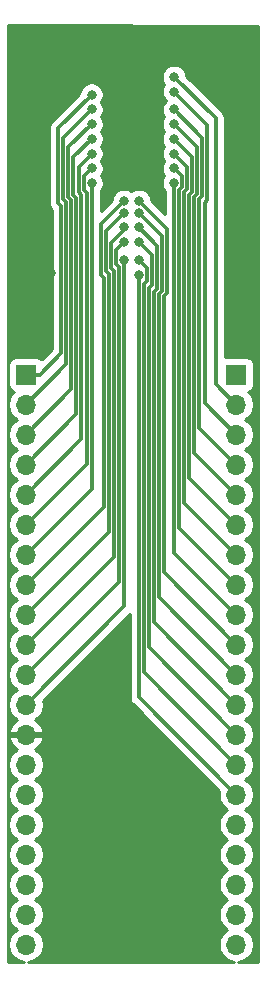
<source format=gbr>
G04 #@! TF.GenerationSoftware,KiCad,Pcbnew,(5.1.5-0-10_14)*
G04 #@! TF.CreationDate,2020-04-30T13:13:03+04:00*
G04 #@! TF.ProjectId,E73-2G4M04S1B-Breakout,4537332d-3247-4344-9d30-345331422d42,A1*
G04 #@! TF.SameCoordinates,Original*
G04 #@! TF.FileFunction,Copper,L2,Bot*
G04 #@! TF.FilePolarity,Positive*
%FSLAX46Y46*%
G04 Gerber Fmt 4.6, Leading zero omitted, Abs format (unit mm)*
G04 Created by KiCad (PCBNEW (5.1.5-0-10_14)) date 2020-04-30 13:13:03*
%MOMM*%
%LPD*%
G04 APERTURE LIST*
%ADD10O,1.700000X1.700000*%
%ADD11R,1.700000X1.700000*%
%ADD12C,0.800000*%
%ADD13C,0.300000*%
%ADD14C,0.254000*%
G04 APERTURE END LIST*
D10*
X143700000Y-142960000D03*
X143700000Y-140420000D03*
X143700000Y-137880000D03*
X143700000Y-135340000D03*
X143700000Y-132800000D03*
X143700000Y-130260000D03*
X143700000Y-127720000D03*
X143700000Y-125180000D03*
X143700000Y-122640000D03*
X143700000Y-120100000D03*
X143700000Y-117560000D03*
X143700000Y-115020000D03*
X143700000Y-112480000D03*
X143700000Y-109940000D03*
X143700000Y-107400000D03*
X143700000Y-104860000D03*
X143700000Y-102320000D03*
X143700000Y-99780000D03*
X143700000Y-97240000D03*
D11*
X143700000Y-94700000D03*
X161500000Y-94700000D03*
D10*
X161500000Y-97240000D03*
X161500000Y-99780000D03*
X161500000Y-102320000D03*
X161500000Y-104860000D03*
X161500000Y-107400000D03*
X161500000Y-109940000D03*
X161500000Y-112480000D03*
X161500000Y-115020000D03*
X161500000Y-117560000D03*
X161500000Y-120100000D03*
X161500000Y-122640000D03*
X161500000Y-125180000D03*
X161500000Y-127720000D03*
X161500000Y-130260000D03*
X161500000Y-132800000D03*
X161500000Y-135340000D03*
X161500000Y-137880000D03*
X161500000Y-140420000D03*
X161500000Y-142960000D03*
D12*
X146350000Y-69750000D03*
X159100000Y-67050000D03*
X145800000Y-86100000D03*
X152000000Y-85000000D03*
X152000000Y-83500000D03*
X152000000Y-82250000D03*
X152000000Y-81000000D03*
X152000000Y-80000000D03*
X149250000Y-78500000D03*
X149250000Y-77250000D03*
X149250000Y-76000000D03*
X149250000Y-74750000D03*
X149250000Y-73500000D03*
X149250000Y-72250000D03*
X149250000Y-71000000D03*
X156250000Y-69500000D03*
X156250000Y-70750000D03*
X156250000Y-72250000D03*
X156250000Y-73500000D03*
X156250000Y-74750000D03*
X156250000Y-76000000D03*
X156250000Y-77250000D03*
X156250000Y-78500000D03*
X153250000Y-80000000D03*
X153250000Y-81000000D03*
X153250000Y-82250000D03*
X153250000Y-83500000D03*
X153250000Y-85000000D03*
X153250000Y-86250000D03*
D13*
X152000000Y-114340000D02*
X143700000Y-122640000D01*
X152000000Y-85000000D02*
X152000000Y-114340000D01*
X151322999Y-85322999D02*
X151572990Y-85572990D01*
X151322999Y-84177001D02*
X151322999Y-85322999D01*
X152000000Y-83500000D02*
X151322999Y-84177001D01*
X151572990Y-112227010D02*
X143700000Y-120100000D01*
X151572990Y-85572990D02*
X151572990Y-112227010D01*
X150895989Y-85645989D02*
X151145980Y-85895980D01*
X150895989Y-83602049D02*
X150895989Y-85645989D01*
X152000000Y-82498038D02*
X150895989Y-83602049D01*
X152000000Y-82250000D02*
X152000000Y-82498038D01*
X151145980Y-110114020D02*
X143700000Y-117560000D01*
X151145980Y-85895980D02*
X151145980Y-110114020D01*
X150468979Y-85968979D02*
X150718970Y-86218970D01*
X150468979Y-82531021D02*
X150468979Y-85968979D01*
X152000000Y-81000000D02*
X150468979Y-82531021D01*
X150718970Y-108001030D02*
X143700000Y-115020000D01*
X150718970Y-86218970D02*
X150718970Y-108001030D01*
X150041969Y-86291969D02*
X150291960Y-86541960D01*
X150041969Y-81958031D02*
X150041969Y-86291969D01*
X152000000Y-80000000D02*
X150041969Y-81958031D01*
X150291960Y-105888040D02*
X144680000Y-111500000D01*
X150291960Y-86541960D02*
X150291960Y-105888040D01*
X144680000Y-111500000D02*
X143700000Y-112480000D01*
X149250000Y-104390000D02*
X143700000Y-109940000D01*
X149250000Y-78500000D02*
X149250000Y-104390000D01*
X148572999Y-79072999D02*
X148822990Y-79322990D01*
X148572999Y-77927001D02*
X148572999Y-79072999D01*
X149250000Y-77250000D02*
X148572999Y-77927001D01*
X148822990Y-102277010D02*
X143700000Y-107400000D01*
X148822990Y-79322990D02*
X148822990Y-102277010D01*
X148145989Y-77104011D02*
X148145989Y-79249872D01*
X148145989Y-79249872D02*
X148395980Y-79499863D01*
X149250000Y-76000000D02*
X148145989Y-77104011D01*
X148395980Y-100164020D02*
X143700000Y-104860000D01*
X148395980Y-79499863D02*
X148395980Y-100164020D01*
X147718979Y-79468979D02*
X147968970Y-79718970D01*
X147718979Y-76281021D02*
X147718979Y-79468979D01*
X149250000Y-74750000D02*
X147718979Y-76281021D01*
X147968970Y-98051030D02*
X143700000Y-102320000D01*
X147968970Y-79718970D02*
X147968970Y-98051030D01*
X147291969Y-79645852D02*
X147541960Y-79895843D01*
X147291969Y-75458031D02*
X147291969Y-79645852D01*
X149250000Y-73500000D02*
X147291969Y-75458031D01*
X147541960Y-95938040D02*
X143700000Y-99780000D01*
X147541960Y-79895843D02*
X147541960Y-95938040D01*
X146864959Y-79864959D02*
X147114950Y-80114950D01*
X146864959Y-74635041D02*
X146864959Y-79864959D01*
X149250000Y-72250000D02*
X146864959Y-74635041D01*
X147114950Y-93825050D02*
X143700000Y-97240000D01*
X147114950Y-80114950D02*
X147114950Y-93825050D01*
X146687940Y-80437940D02*
X146687940Y-92862060D01*
X144850000Y-94700000D02*
X143700000Y-94700000D01*
X146437949Y-80187949D02*
X146687940Y-80437940D01*
X149250000Y-71000000D02*
X146437949Y-73812051D01*
X146687940Y-92862060D02*
X144850000Y-94700000D01*
X146437949Y-73812051D02*
X146437949Y-80187949D01*
X159750000Y-95490000D02*
X161500000Y-97240000D01*
X159750000Y-73000000D02*
X159750000Y-95490000D01*
X156250000Y-69500000D02*
X159750000Y-73000000D01*
X159062051Y-79937949D02*
X158812060Y-80187940D01*
X159062051Y-73562051D02*
X159062051Y-79937949D01*
X156250000Y-70750000D02*
X159062051Y-73562051D01*
X158812060Y-97092060D02*
X161500000Y-99780000D01*
X158812060Y-80187940D02*
X158812060Y-97092060D01*
X158635041Y-79614959D02*
X158385050Y-79864950D01*
X158635041Y-74635041D02*
X158635041Y-79614959D01*
X156250000Y-72250000D02*
X158635041Y-74635041D01*
X158385050Y-99205050D02*
X161500000Y-102320000D01*
X158385050Y-79864950D02*
X158385050Y-99205050D01*
X158208031Y-79395852D02*
X157958040Y-79645843D01*
X158208031Y-75458031D02*
X158208031Y-79395852D01*
X156250000Y-73500000D02*
X158208031Y-75458031D01*
X157958040Y-101318040D02*
X161500000Y-104860000D01*
X157958040Y-79645843D02*
X157958040Y-101318040D01*
X157781021Y-79218979D02*
X157531030Y-79468970D01*
X157781021Y-76281021D02*
X157781021Y-79218979D01*
X156250000Y-74750000D02*
X157781021Y-76281021D01*
X157531030Y-103431030D02*
X161500000Y-107400000D01*
X157531030Y-79468970D02*
X157531030Y-103431030D01*
X157354011Y-78999872D02*
X157104020Y-79249863D01*
X157354011Y-77104011D02*
X157354011Y-78999872D01*
X156250000Y-76000000D02*
X157354011Y-77104011D01*
X157104020Y-105544020D02*
X161500000Y-109940000D01*
X157104020Y-79249863D02*
X157104020Y-105544020D01*
X156927001Y-78822999D02*
X156677010Y-79072990D01*
X156927001Y-77927001D02*
X156927001Y-78822999D01*
X156250000Y-77250000D02*
X156927001Y-77927001D01*
X156677010Y-107657010D02*
X161500000Y-112480000D01*
X156677010Y-79072990D02*
X156677010Y-107657010D01*
X156250000Y-109770000D02*
X161500000Y-115020000D01*
X156250000Y-78500000D02*
X156250000Y-109770000D01*
X155635041Y-87822725D02*
X155385050Y-88072716D01*
X155635041Y-82385041D02*
X155635041Y-87822725D01*
X153250000Y-80000000D02*
X155635041Y-82385041D01*
X155385050Y-111445050D02*
X161500000Y-117560000D01*
X155385050Y-88072716D02*
X155385050Y-111445050D01*
X155208031Y-87645852D02*
X154958040Y-87895843D01*
X155208031Y-82958031D02*
X155208031Y-87645852D01*
X153250000Y-81000000D02*
X155208031Y-82958031D01*
X154958040Y-113558040D02*
X161500000Y-120100000D01*
X154958040Y-87895843D02*
X154958040Y-113558040D01*
X154781021Y-87468979D02*
X154531030Y-87718970D01*
X154781021Y-83781021D02*
X154781021Y-87468979D01*
X153250000Y-82250000D02*
X154781021Y-83781021D01*
X154531030Y-115671030D02*
X161500000Y-122640000D01*
X154531030Y-87718970D02*
X154531030Y-115671030D01*
X154354011Y-87145989D02*
X154104020Y-87395980D01*
X154354011Y-84604011D02*
X154354011Y-87145989D01*
X153250000Y-83500000D02*
X154354011Y-84604011D01*
X154104020Y-117784020D02*
X161500000Y-125180000D01*
X154104020Y-87395980D02*
X154104020Y-117784020D01*
X153927001Y-86822999D02*
X153677010Y-87072990D01*
X153927001Y-85677001D02*
X153927001Y-86822999D01*
X153250000Y-85000000D02*
X153927001Y-85677001D01*
X153677010Y-119897010D02*
X161500000Y-127720000D01*
X153677010Y-87072990D02*
X153677010Y-119897010D01*
X153250000Y-122010000D02*
X161500000Y-130260000D01*
X153250000Y-86250000D02*
X153250000Y-122010000D01*
D14*
G36*
X163340001Y-65175534D02*
G01*
X163340000Y-144440000D01*
X161671397Y-144440000D01*
X161933158Y-144387932D01*
X162203411Y-144275990D01*
X162446632Y-144113475D01*
X162653475Y-143906632D01*
X162815990Y-143663411D01*
X162927932Y-143393158D01*
X162985000Y-143106260D01*
X162985000Y-142813740D01*
X162927932Y-142526842D01*
X162815990Y-142256589D01*
X162653475Y-142013368D01*
X162446632Y-141806525D01*
X162272240Y-141690000D01*
X162446632Y-141573475D01*
X162653475Y-141366632D01*
X162815990Y-141123411D01*
X162927932Y-140853158D01*
X162985000Y-140566260D01*
X162985000Y-140273740D01*
X162927932Y-139986842D01*
X162815990Y-139716589D01*
X162653475Y-139473368D01*
X162446632Y-139266525D01*
X162272240Y-139150000D01*
X162446632Y-139033475D01*
X162653475Y-138826632D01*
X162815990Y-138583411D01*
X162927932Y-138313158D01*
X162985000Y-138026260D01*
X162985000Y-137733740D01*
X162927932Y-137446842D01*
X162815990Y-137176589D01*
X162653475Y-136933368D01*
X162446632Y-136726525D01*
X162272240Y-136610000D01*
X162446632Y-136493475D01*
X162653475Y-136286632D01*
X162815990Y-136043411D01*
X162927932Y-135773158D01*
X162985000Y-135486260D01*
X162985000Y-135193740D01*
X162927932Y-134906842D01*
X162815990Y-134636589D01*
X162653475Y-134393368D01*
X162446632Y-134186525D01*
X162272240Y-134070000D01*
X162446632Y-133953475D01*
X162653475Y-133746632D01*
X162815990Y-133503411D01*
X162927932Y-133233158D01*
X162985000Y-132946260D01*
X162985000Y-132653740D01*
X162927932Y-132366842D01*
X162815990Y-132096589D01*
X162653475Y-131853368D01*
X162446632Y-131646525D01*
X162272240Y-131530000D01*
X162446632Y-131413475D01*
X162653475Y-131206632D01*
X162815990Y-130963411D01*
X162927932Y-130693158D01*
X162985000Y-130406260D01*
X162985000Y-130113740D01*
X162927932Y-129826842D01*
X162815990Y-129556589D01*
X162653475Y-129313368D01*
X162446632Y-129106525D01*
X162272240Y-128990000D01*
X162446632Y-128873475D01*
X162653475Y-128666632D01*
X162815990Y-128423411D01*
X162927932Y-128153158D01*
X162985000Y-127866260D01*
X162985000Y-127573740D01*
X162927932Y-127286842D01*
X162815990Y-127016589D01*
X162653475Y-126773368D01*
X162446632Y-126566525D01*
X162272240Y-126450000D01*
X162446632Y-126333475D01*
X162653475Y-126126632D01*
X162815990Y-125883411D01*
X162927932Y-125613158D01*
X162985000Y-125326260D01*
X162985000Y-125033740D01*
X162927932Y-124746842D01*
X162815990Y-124476589D01*
X162653475Y-124233368D01*
X162446632Y-124026525D01*
X162272240Y-123910000D01*
X162446632Y-123793475D01*
X162653475Y-123586632D01*
X162815990Y-123343411D01*
X162927932Y-123073158D01*
X162985000Y-122786260D01*
X162985000Y-122493740D01*
X162927932Y-122206842D01*
X162815990Y-121936589D01*
X162653475Y-121693368D01*
X162446632Y-121486525D01*
X162272240Y-121370000D01*
X162446632Y-121253475D01*
X162653475Y-121046632D01*
X162815990Y-120803411D01*
X162927932Y-120533158D01*
X162985000Y-120246260D01*
X162985000Y-119953740D01*
X162927932Y-119666842D01*
X162815990Y-119396589D01*
X162653475Y-119153368D01*
X162446632Y-118946525D01*
X162272240Y-118830000D01*
X162446632Y-118713475D01*
X162653475Y-118506632D01*
X162815990Y-118263411D01*
X162927932Y-117993158D01*
X162985000Y-117706260D01*
X162985000Y-117413740D01*
X162927932Y-117126842D01*
X162815990Y-116856589D01*
X162653475Y-116613368D01*
X162446632Y-116406525D01*
X162272240Y-116290000D01*
X162446632Y-116173475D01*
X162653475Y-115966632D01*
X162815990Y-115723411D01*
X162927932Y-115453158D01*
X162985000Y-115166260D01*
X162985000Y-114873740D01*
X162927932Y-114586842D01*
X162815990Y-114316589D01*
X162653475Y-114073368D01*
X162446632Y-113866525D01*
X162272240Y-113750000D01*
X162446632Y-113633475D01*
X162653475Y-113426632D01*
X162815990Y-113183411D01*
X162927932Y-112913158D01*
X162985000Y-112626260D01*
X162985000Y-112333740D01*
X162927932Y-112046842D01*
X162815990Y-111776589D01*
X162653475Y-111533368D01*
X162446632Y-111326525D01*
X162272240Y-111210000D01*
X162446632Y-111093475D01*
X162653475Y-110886632D01*
X162815990Y-110643411D01*
X162927932Y-110373158D01*
X162985000Y-110086260D01*
X162985000Y-109793740D01*
X162927932Y-109506842D01*
X162815990Y-109236589D01*
X162653475Y-108993368D01*
X162446632Y-108786525D01*
X162272240Y-108670000D01*
X162446632Y-108553475D01*
X162653475Y-108346632D01*
X162815990Y-108103411D01*
X162927932Y-107833158D01*
X162985000Y-107546260D01*
X162985000Y-107253740D01*
X162927932Y-106966842D01*
X162815990Y-106696589D01*
X162653475Y-106453368D01*
X162446632Y-106246525D01*
X162272240Y-106130000D01*
X162446632Y-106013475D01*
X162653475Y-105806632D01*
X162815990Y-105563411D01*
X162927932Y-105293158D01*
X162985000Y-105006260D01*
X162985000Y-104713740D01*
X162927932Y-104426842D01*
X162815990Y-104156589D01*
X162653475Y-103913368D01*
X162446632Y-103706525D01*
X162272240Y-103590000D01*
X162446632Y-103473475D01*
X162653475Y-103266632D01*
X162815990Y-103023411D01*
X162927932Y-102753158D01*
X162985000Y-102466260D01*
X162985000Y-102173740D01*
X162927932Y-101886842D01*
X162815990Y-101616589D01*
X162653475Y-101373368D01*
X162446632Y-101166525D01*
X162272240Y-101050000D01*
X162446632Y-100933475D01*
X162653475Y-100726632D01*
X162815990Y-100483411D01*
X162927932Y-100213158D01*
X162985000Y-99926260D01*
X162985000Y-99633740D01*
X162927932Y-99346842D01*
X162815990Y-99076589D01*
X162653475Y-98833368D01*
X162446632Y-98626525D01*
X162272240Y-98510000D01*
X162446632Y-98393475D01*
X162653475Y-98186632D01*
X162815990Y-97943411D01*
X162927932Y-97673158D01*
X162985000Y-97386260D01*
X162985000Y-97093740D01*
X162927932Y-96806842D01*
X162815990Y-96536589D01*
X162653475Y-96293368D01*
X162521620Y-96161513D01*
X162594180Y-96139502D01*
X162704494Y-96080537D01*
X162801185Y-96001185D01*
X162880537Y-95904494D01*
X162939502Y-95794180D01*
X162975812Y-95674482D01*
X162988072Y-95550000D01*
X162988072Y-93850000D01*
X162975812Y-93725518D01*
X162939502Y-93605820D01*
X162880537Y-93495506D01*
X162801185Y-93398815D01*
X162704494Y-93319463D01*
X162594180Y-93260498D01*
X162474482Y-93224188D01*
X162350000Y-93211928D01*
X160650000Y-93211928D01*
X160535000Y-93223254D01*
X160535000Y-73038552D01*
X160538797Y-72999999D01*
X160535000Y-72961446D01*
X160535000Y-72961439D01*
X160523641Y-72846113D01*
X160519754Y-72833297D01*
X160500930Y-72771246D01*
X160478754Y-72698140D01*
X160405862Y-72561767D01*
X160307764Y-72442236D01*
X160277817Y-72417659D01*
X157285000Y-69424843D01*
X157285000Y-69398061D01*
X157245226Y-69198102D01*
X157167205Y-69009744D01*
X157053937Y-68840226D01*
X156909774Y-68696063D01*
X156740256Y-68582795D01*
X156551898Y-68504774D01*
X156351939Y-68465000D01*
X156148061Y-68465000D01*
X155948102Y-68504774D01*
X155759744Y-68582795D01*
X155590226Y-68696063D01*
X155446063Y-68840226D01*
X155332795Y-69009744D01*
X155254774Y-69198102D01*
X155215000Y-69398061D01*
X155215000Y-69601939D01*
X155254774Y-69801898D01*
X155332795Y-69990256D01*
X155422828Y-70125000D01*
X155332795Y-70259744D01*
X155254774Y-70448102D01*
X155215000Y-70648061D01*
X155215000Y-70851939D01*
X155254774Y-71051898D01*
X155332795Y-71240256D01*
X155446063Y-71409774D01*
X155536289Y-71500000D01*
X155446063Y-71590226D01*
X155332795Y-71759744D01*
X155254774Y-71948102D01*
X155215000Y-72148061D01*
X155215000Y-72351939D01*
X155254774Y-72551898D01*
X155332795Y-72740256D01*
X155422828Y-72875000D01*
X155332795Y-73009744D01*
X155254774Y-73198102D01*
X155215000Y-73398061D01*
X155215000Y-73601939D01*
X155254774Y-73801898D01*
X155332795Y-73990256D01*
X155422828Y-74125000D01*
X155332795Y-74259744D01*
X155254774Y-74448102D01*
X155215000Y-74648061D01*
X155215000Y-74851939D01*
X155254774Y-75051898D01*
X155332795Y-75240256D01*
X155422828Y-75375000D01*
X155332795Y-75509744D01*
X155254774Y-75698102D01*
X155215000Y-75898061D01*
X155215000Y-76101939D01*
X155254774Y-76301898D01*
X155332795Y-76490256D01*
X155422828Y-76625000D01*
X155332795Y-76759744D01*
X155254774Y-76948102D01*
X155215000Y-77148061D01*
X155215000Y-77351939D01*
X155254774Y-77551898D01*
X155332795Y-77740256D01*
X155422828Y-77875000D01*
X155332795Y-78009744D01*
X155254774Y-78198102D01*
X155215000Y-78398061D01*
X155215000Y-78601939D01*
X155254774Y-78801898D01*
X155332795Y-78990256D01*
X155446063Y-79159774D01*
X155465000Y-79178711D01*
X155465000Y-81104842D01*
X154285000Y-79924843D01*
X154285000Y-79898061D01*
X154245226Y-79698102D01*
X154167205Y-79509744D01*
X154053937Y-79340226D01*
X153909774Y-79196063D01*
X153740256Y-79082795D01*
X153551898Y-79004774D01*
X153351939Y-78965000D01*
X153148061Y-78965000D01*
X152948102Y-79004774D01*
X152759744Y-79082795D01*
X152625000Y-79172828D01*
X152490256Y-79082795D01*
X152301898Y-79004774D01*
X152101939Y-78965000D01*
X151898061Y-78965000D01*
X151698102Y-79004774D01*
X151509744Y-79082795D01*
X151340226Y-79196063D01*
X151196063Y-79340226D01*
X151082795Y-79509744D01*
X151004774Y-79698102D01*
X150965000Y-79898061D01*
X150965000Y-79924842D01*
X150035000Y-80854843D01*
X150035000Y-79178711D01*
X150053937Y-79159774D01*
X150167205Y-78990256D01*
X150245226Y-78801898D01*
X150285000Y-78601939D01*
X150285000Y-78398061D01*
X150245226Y-78198102D01*
X150167205Y-78009744D01*
X150077172Y-77875000D01*
X150167205Y-77740256D01*
X150245226Y-77551898D01*
X150285000Y-77351939D01*
X150285000Y-77148061D01*
X150245226Y-76948102D01*
X150167205Y-76759744D01*
X150077172Y-76625000D01*
X150167205Y-76490256D01*
X150245226Y-76301898D01*
X150285000Y-76101939D01*
X150285000Y-75898061D01*
X150245226Y-75698102D01*
X150167205Y-75509744D01*
X150077172Y-75375000D01*
X150167205Y-75240256D01*
X150245226Y-75051898D01*
X150285000Y-74851939D01*
X150285000Y-74648061D01*
X150245226Y-74448102D01*
X150167205Y-74259744D01*
X150077172Y-74125000D01*
X150167205Y-73990256D01*
X150245226Y-73801898D01*
X150285000Y-73601939D01*
X150285000Y-73398061D01*
X150245226Y-73198102D01*
X150167205Y-73009744D01*
X150077172Y-72875000D01*
X150167205Y-72740256D01*
X150245226Y-72551898D01*
X150285000Y-72351939D01*
X150285000Y-72148061D01*
X150245226Y-71948102D01*
X150167205Y-71759744D01*
X150077172Y-71625000D01*
X150167205Y-71490256D01*
X150245226Y-71301898D01*
X150285000Y-71101939D01*
X150285000Y-70898061D01*
X150245226Y-70698102D01*
X150167205Y-70509744D01*
X150053937Y-70340226D01*
X149909774Y-70196063D01*
X149740256Y-70082795D01*
X149551898Y-70004774D01*
X149351939Y-69965000D01*
X149148061Y-69965000D01*
X148948102Y-70004774D01*
X148759744Y-70082795D01*
X148590226Y-70196063D01*
X148446063Y-70340226D01*
X148332795Y-70509744D01*
X148254774Y-70698102D01*
X148215000Y-70898061D01*
X148215000Y-70924843D01*
X145910139Y-73229704D01*
X145880185Y-73254287D01*
X145782087Y-73373819D01*
X145709195Y-73510192D01*
X145664308Y-73658165D01*
X145652949Y-73773491D01*
X145652949Y-73773498D01*
X145649152Y-73812051D01*
X145652949Y-73850604D01*
X145652950Y-80149386D01*
X145649152Y-80187949D01*
X145664308Y-80341835D01*
X145709195Y-80489808D01*
X145725772Y-80520821D01*
X145782088Y-80626182D01*
X145804719Y-80653757D01*
X145855604Y-80715761D01*
X145855608Y-80715765D01*
X145880186Y-80745713D01*
X145902940Y-80764387D01*
X145902941Y-92536902D01*
X145019144Y-93420699D01*
X145001185Y-93398815D01*
X144904494Y-93319463D01*
X144794180Y-93260498D01*
X144674482Y-93224188D01*
X144550000Y-93211928D01*
X142850000Y-93211928D01*
X142725518Y-93224188D01*
X142605820Y-93260498D01*
X142495506Y-93319463D01*
X142398815Y-93398815D01*
X142319463Y-93495506D01*
X142260498Y-93605820D01*
X142224188Y-93725518D01*
X142211928Y-93850000D01*
X142211928Y-95550000D01*
X142224188Y-95674482D01*
X142260498Y-95794180D01*
X142319463Y-95904494D01*
X142398815Y-96001185D01*
X142495506Y-96080537D01*
X142605820Y-96139502D01*
X142678380Y-96161513D01*
X142546525Y-96293368D01*
X142384010Y-96536589D01*
X142272068Y-96806842D01*
X142215000Y-97093740D01*
X142215000Y-97386260D01*
X142272068Y-97673158D01*
X142384010Y-97943411D01*
X142546525Y-98186632D01*
X142753368Y-98393475D01*
X142927760Y-98510000D01*
X142753368Y-98626525D01*
X142546525Y-98833368D01*
X142384010Y-99076589D01*
X142272068Y-99346842D01*
X142215000Y-99633740D01*
X142215000Y-99926260D01*
X142272068Y-100213158D01*
X142384010Y-100483411D01*
X142546525Y-100726632D01*
X142753368Y-100933475D01*
X142927760Y-101050000D01*
X142753368Y-101166525D01*
X142546525Y-101373368D01*
X142384010Y-101616589D01*
X142272068Y-101886842D01*
X142215000Y-102173740D01*
X142215000Y-102466260D01*
X142272068Y-102753158D01*
X142384010Y-103023411D01*
X142546525Y-103266632D01*
X142753368Y-103473475D01*
X142927760Y-103590000D01*
X142753368Y-103706525D01*
X142546525Y-103913368D01*
X142384010Y-104156589D01*
X142272068Y-104426842D01*
X142215000Y-104713740D01*
X142215000Y-105006260D01*
X142272068Y-105293158D01*
X142384010Y-105563411D01*
X142546525Y-105806632D01*
X142753368Y-106013475D01*
X142927760Y-106130000D01*
X142753368Y-106246525D01*
X142546525Y-106453368D01*
X142384010Y-106696589D01*
X142272068Y-106966842D01*
X142215000Y-107253740D01*
X142215000Y-107546260D01*
X142272068Y-107833158D01*
X142384010Y-108103411D01*
X142546525Y-108346632D01*
X142753368Y-108553475D01*
X142927760Y-108670000D01*
X142753368Y-108786525D01*
X142546525Y-108993368D01*
X142384010Y-109236589D01*
X142272068Y-109506842D01*
X142215000Y-109793740D01*
X142215000Y-110086260D01*
X142272068Y-110373158D01*
X142384010Y-110643411D01*
X142546525Y-110886632D01*
X142753368Y-111093475D01*
X142927760Y-111210000D01*
X142753368Y-111326525D01*
X142546525Y-111533368D01*
X142384010Y-111776589D01*
X142272068Y-112046842D01*
X142215000Y-112333740D01*
X142215000Y-112626260D01*
X142272068Y-112913158D01*
X142384010Y-113183411D01*
X142546525Y-113426632D01*
X142753368Y-113633475D01*
X142927760Y-113750000D01*
X142753368Y-113866525D01*
X142546525Y-114073368D01*
X142384010Y-114316589D01*
X142272068Y-114586842D01*
X142215000Y-114873740D01*
X142215000Y-115166260D01*
X142272068Y-115453158D01*
X142384010Y-115723411D01*
X142546525Y-115966632D01*
X142753368Y-116173475D01*
X142927760Y-116290000D01*
X142753368Y-116406525D01*
X142546525Y-116613368D01*
X142384010Y-116856589D01*
X142272068Y-117126842D01*
X142215000Y-117413740D01*
X142215000Y-117706260D01*
X142272068Y-117993158D01*
X142384010Y-118263411D01*
X142546525Y-118506632D01*
X142753368Y-118713475D01*
X142927760Y-118830000D01*
X142753368Y-118946525D01*
X142546525Y-119153368D01*
X142384010Y-119396589D01*
X142272068Y-119666842D01*
X142215000Y-119953740D01*
X142215000Y-120246260D01*
X142272068Y-120533158D01*
X142384010Y-120803411D01*
X142546525Y-121046632D01*
X142753368Y-121253475D01*
X142927760Y-121370000D01*
X142753368Y-121486525D01*
X142546525Y-121693368D01*
X142384010Y-121936589D01*
X142272068Y-122206842D01*
X142215000Y-122493740D01*
X142215000Y-122786260D01*
X142272068Y-123073158D01*
X142384010Y-123343411D01*
X142546525Y-123586632D01*
X142753368Y-123793475D01*
X142935534Y-123915195D01*
X142818645Y-123984822D01*
X142602412Y-124179731D01*
X142428359Y-124413080D01*
X142303175Y-124675901D01*
X142258524Y-124823110D01*
X142379845Y-125053000D01*
X143573000Y-125053000D01*
X143573000Y-125033000D01*
X143827000Y-125033000D01*
X143827000Y-125053000D01*
X145020155Y-125053000D01*
X145141476Y-124823110D01*
X145096825Y-124675901D01*
X144971641Y-124413080D01*
X144797588Y-124179731D01*
X144581355Y-123984822D01*
X144464466Y-123915195D01*
X144646632Y-123793475D01*
X144853475Y-123586632D01*
X145015990Y-123343411D01*
X145127932Y-123073158D01*
X145185000Y-122786260D01*
X145185000Y-122493740D01*
X145147075Y-122303082D01*
X152465001Y-114985156D01*
X152465001Y-121971437D01*
X152461203Y-122010000D01*
X152476359Y-122163886D01*
X152521246Y-122311859D01*
X152521247Y-122311860D01*
X152594139Y-122448233D01*
X152625227Y-122486113D01*
X152667655Y-122537812D01*
X152667659Y-122537816D01*
X152692237Y-122567764D01*
X152722185Y-122592342D01*
X160052924Y-129923082D01*
X160015000Y-130113740D01*
X160015000Y-130406260D01*
X160072068Y-130693158D01*
X160184010Y-130963411D01*
X160346525Y-131206632D01*
X160553368Y-131413475D01*
X160727760Y-131530000D01*
X160553368Y-131646525D01*
X160346525Y-131853368D01*
X160184010Y-132096589D01*
X160072068Y-132366842D01*
X160015000Y-132653740D01*
X160015000Y-132946260D01*
X160072068Y-133233158D01*
X160184010Y-133503411D01*
X160346525Y-133746632D01*
X160553368Y-133953475D01*
X160727760Y-134070000D01*
X160553368Y-134186525D01*
X160346525Y-134393368D01*
X160184010Y-134636589D01*
X160072068Y-134906842D01*
X160015000Y-135193740D01*
X160015000Y-135486260D01*
X160072068Y-135773158D01*
X160184010Y-136043411D01*
X160346525Y-136286632D01*
X160553368Y-136493475D01*
X160727760Y-136610000D01*
X160553368Y-136726525D01*
X160346525Y-136933368D01*
X160184010Y-137176589D01*
X160072068Y-137446842D01*
X160015000Y-137733740D01*
X160015000Y-138026260D01*
X160072068Y-138313158D01*
X160184010Y-138583411D01*
X160346525Y-138826632D01*
X160553368Y-139033475D01*
X160727760Y-139150000D01*
X160553368Y-139266525D01*
X160346525Y-139473368D01*
X160184010Y-139716589D01*
X160072068Y-139986842D01*
X160015000Y-140273740D01*
X160015000Y-140566260D01*
X160072068Y-140853158D01*
X160184010Y-141123411D01*
X160346525Y-141366632D01*
X160553368Y-141573475D01*
X160727760Y-141690000D01*
X160553368Y-141806525D01*
X160346525Y-142013368D01*
X160184010Y-142256589D01*
X160072068Y-142526842D01*
X160015000Y-142813740D01*
X160015000Y-143106260D01*
X160072068Y-143393158D01*
X160184010Y-143663411D01*
X160346525Y-143906632D01*
X160553368Y-144113475D01*
X160796589Y-144275990D01*
X161066842Y-144387932D01*
X161328603Y-144440000D01*
X143871397Y-144440000D01*
X144133158Y-144387932D01*
X144403411Y-144275990D01*
X144646632Y-144113475D01*
X144853475Y-143906632D01*
X145015990Y-143663411D01*
X145127932Y-143393158D01*
X145185000Y-143106260D01*
X145185000Y-142813740D01*
X145127932Y-142526842D01*
X145015990Y-142256589D01*
X144853475Y-142013368D01*
X144646632Y-141806525D01*
X144472240Y-141690000D01*
X144646632Y-141573475D01*
X144853475Y-141366632D01*
X145015990Y-141123411D01*
X145127932Y-140853158D01*
X145185000Y-140566260D01*
X145185000Y-140273740D01*
X145127932Y-139986842D01*
X145015990Y-139716589D01*
X144853475Y-139473368D01*
X144646632Y-139266525D01*
X144472240Y-139150000D01*
X144646632Y-139033475D01*
X144853475Y-138826632D01*
X145015990Y-138583411D01*
X145127932Y-138313158D01*
X145185000Y-138026260D01*
X145185000Y-137733740D01*
X145127932Y-137446842D01*
X145015990Y-137176589D01*
X144853475Y-136933368D01*
X144646632Y-136726525D01*
X144472240Y-136610000D01*
X144646632Y-136493475D01*
X144853475Y-136286632D01*
X145015990Y-136043411D01*
X145127932Y-135773158D01*
X145185000Y-135486260D01*
X145185000Y-135193740D01*
X145127932Y-134906842D01*
X145015990Y-134636589D01*
X144853475Y-134393368D01*
X144646632Y-134186525D01*
X144472240Y-134070000D01*
X144646632Y-133953475D01*
X144853475Y-133746632D01*
X145015990Y-133503411D01*
X145127932Y-133233158D01*
X145185000Y-132946260D01*
X145185000Y-132653740D01*
X145127932Y-132366842D01*
X145015990Y-132096589D01*
X144853475Y-131853368D01*
X144646632Y-131646525D01*
X144472240Y-131530000D01*
X144646632Y-131413475D01*
X144853475Y-131206632D01*
X145015990Y-130963411D01*
X145127932Y-130693158D01*
X145185000Y-130406260D01*
X145185000Y-130113740D01*
X145127932Y-129826842D01*
X145015990Y-129556589D01*
X144853475Y-129313368D01*
X144646632Y-129106525D01*
X144472240Y-128990000D01*
X144646632Y-128873475D01*
X144853475Y-128666632D01*
X145015990Y-128423411D01*
X145127932Y-128153158D01*
X145185000Y-127866260D01*
X145185000Y-127573740D01*
X145127932Y-127286842D01*
X145015990Y-127016589D01*
X144853475Y-126773368D01*
X144646632Y-126566525D01*
X144464466Y-126444805D01*
X144581355Y-126375178D01*
X144797588Y-126180269D01*
X144971641Y-125946920D01*
X145096825Y-125684099D01*
X145141476Y-125536890D01*
X145020155Y-125307000D01*
X143827000Y-125307000D01*
X143827000Y-125327000D01*
X143573000Y-125327000D01*
X143573000Y-125307000D01*
X142379845Y-125307000D01*
X142258524Y-125536890D01*
X142303175Y-125684099D01*
X142428359Y-125946920D01*
X142602412Y-126180269D01*
X142818645Y-126375178D01*
X142935534Y-126444805D01*
X142753368Y-126566525D01*
X142546525Y-126773368D01*
X142384010Y-127016589D01*
X142272068Y-127286842D01*
X142215000Y-127573740D01*
X142215000Y-127866260D01*
X142272068Y-128153158D01*
X142384010Y-128423411D01*
X142546525Y-128666632D01*
X142753368Y-128873475D01*
X142927760Y-128990000D01*
X142753368Y-129106525D01*
X142546525Y-129313368D01*
X142384010Y-129556589D01*
X142272068Y-129826842D01*
X142215000Y-130113740D01*
X142215000Y-130406260D01*
X142272068Y-130693158D01*
X142384010Y-130963411D01*
X142546525Y-131206632D01*
X142753368Y-131413475D01*
X142927760Y-131530000D01*
X142753368Y-131646525D01*
X142546525Y-131853368D01*
X142384010Y-132096589D01*
X142272068Y-132366842D01*
X142215000Y-132653740D01*
X142215000Y-132946260D01*
X142272068Y-133233158D01*
X142384010Y-133503411D01*
X142546525Y-133746632D01*
X142753368Y-133953475D01*
X142927760Y-134070000D01*
X142753368Y-134186525D01*
X142546525Y-134393368D01*
X142384010Y-134636589D01*
X142272068Y-134906842D01*
X142215000Y-135193740D01*
X142215000Y-135486260D01*
X142272068Y-135773158D01*
X142384010Y-136043411D01*
X142546525Y-136286632D01*
X142753368Y-136493475D01*
X142927760Y-136610000D01*
X142753368Y-136726525D01*
X142546525Y-136933368D01*
X142384010Y-137176589D01*
X142272068Y-137446842D01*
X142215000Y-137733740D01*
X142215000Y-138026260D01*
X142272068Y-138313158D01*
X142384010Y-138583411D01*
X142546525Y-138826632D01*
X142753368Y-139033475D01*
X142927760Y-139150000D01*
X142753368Y-139266525D01*
X142546525Y-139473368D01*
X142384010Y-139716589D01*
X142272068Y-139986842D01*
X142215000Y-140273740D01*
X142215000Y-140566260D01*
X142272068Y-140853158D01*
X142384010Y-141123411D01*
X142546525Y-141366632D01*
X142753368Y-141573475D01*
X142927760Y-141690000D01*
X142753368Y-141806525D01*
X142546525Y-142013368D01*
X142384010Y-142256589D01*
X142272068Y-142526842D01*
X142215000Y-142813740D01*
X142215000Y-143106260D01*
X142272068Y-143393158D01*
X142384010Y-143663411D01*
X142546525Y-143906632D01*
X142753368Y-144113475D01*
X142996589Y-144275990D01*
X143266842Y-144387932D01*
X143528603Y-144440000D01*
X142160000Y-144440000D01*
X142160000Y-65128467D01*
X163340001Y-65175534D01*
G37*
X163340001Y-65175534D02*
X163340000Y-144440000D01*
X161671397Y-144440000D01*
X161933158Y-144387932D01*
X162203411Y-144275990D01*
X162446632Y-144113475D01*
X162653475Y-143906632D01*
X162815990Y-143663411D01*
X162927932Y-143393158D01*
X162985000Y-143106260D01*
X162985000Y-142813740D01*
X162927932Y-142526842D01*
X162815990Y-142256589D01*
X162653475Y-142013368D01*
X162446632Y-141806525D01*
X162272240Y-141690000D01*
X162446632Y-141573475D01*
X162653475Y-141366632D01*
X162815990Y-141123411D01*
X162927932Y-140853158D01*
X162985000Y-140566260D01*
X162985000Y-140273740D01*
X162927932Y-139986842D01*
X162815990Y-139716589D01*
X162653475Y-139473368D01*
X162446632Y-139266525D01*
X162272240Y-139150000D01*
X162446632Y-139033475D01*
X162653475Y-138826632D01*
X162815990Y-138583411D01*
X162927932Y-138313158D01*
X162985000Y-138026260D01*
X162985000Y-137733740D01*
X162927932Y-137446842D01*
X162815990Y-137176589D01*
X162653475Y-136933368D01*
X162446632Y-136726525D01*
X162272240Y-136610000D01*
X162446632Y-136493475D01*
X162653475Y-136286632D01*
X162815990Y-136043411D01*
X162927932Y-135773158D01*
X162985000Y-135486260D01*
X162985000Y-135193740D01*
X162927932Y-134906842D01*
X162815990Y-134636589D01*
X162653475Y-134393368D01*
X162446632Y-134186525D01*
X162272240Y-134070000D01*
X162446632Y-133953475D01*
X162653475Y-133746632D01*
X162815990Y-133503411D01*
X162927932Y-133233158D01*
X162985000Y-132946260D01*
X162985000Y-132653740D01*
X162927932Y-132366842D01*
X162815990Y-132096589D01*
X162653475Y-131853368D01*
X162446632Y-131646525D01*
X162272240Y-131530000D01*
X162446632Y-131413475D01*
X162653475Y-131206632D01*
X162815990Y-130963411D01*
X162927932Y-130693158D01*
X162985000Y-130406260D01*
X162985000Y-130113740D01*
X162927932Y-129826842D01*
X162815990Y-129556589D01*
X162653475Y-129313368D01*
X162446632Y-129106525D01*
X162272240Y-128990000D01*
X162446632Y-128873475D01*
X162653475Y-128666632D01*
X162815990Y-128423411D01*
X162927932Y-128153158D01*
X162985000Y-127866260D01*
X162985000Y-127573740D01*
X162927932Y-127286842D01*
X162815990Y-127016589D01*
X162653475Y-126773368D01*
X162446632Y-126566525D01*
X162272240Y-126450000D01*
X162446632Y-126333475D01*
X162653475Y-126126632D01*
X162815990Y-125883411D01*
X162927932Y-125613158D01*
X162985000Y-125326260D01*
X162985000Y-125033740D01*
X162927932Y-124746842D01*
X162815990Y-124476589D01*
X162653475Y-124233368D01*
X162446632Y-124026525D01*
X162272240Y-123910000D01*
X162446632Y-123793475D01*
X162653475Y-123586632D01*
X162815990Y-123343411D01*
X162927932Y-123073158D01*
X162985000Y-122786260D01*
X162985000Y-122493740D01*
X162927932Y-122206842D01*
X162815990Y-121936589D01*
X162653475Y-121693368D01*
X162446632Y-121486525D01*
X162272240Y-121370000D01*
X162446632Y-121253475D01*
X162653475Y-121046632D01*
X162815990Y-120803411D01*
X162927932Y-120533158D01*
X162985000Y-120246260D01*
X162985000Y-119953740D01*
X162927932Y-119666842D01*
X162815990Y-119396589D01*
X162653475Y-119153368D01*
X162446632Y-118946525D01*
X162272240Y-118830000D01*
X162446632Y-118713475D01*
X162653475Y-118506632D01*
X162815990Y-118263411D01*
X162927932Y-117993158D01*
X162985000Y-117706260D01*
X162985000Y-117413740D01*
X162927932Y-117126842D01*
X162815990Y-116856589D01*
X162653475Y-116613368D01*
X162446632Y-116406525D01*
X162272240Y-116290000D01*
X162446632Y-116173475D01*
X162653475Y-115966632D01*
X162815990Y-115723411D01*
X162927932Y-115453158D01*
X162985000Y-115166260D01*
X162985000Y-114873740D01*
X162927932Y-114586842D01*
X162815990Y-114316589D01*
X162653475Y-114073368D01*
X162446632Y-113866525D01*
X162272240Y-113750000D01*
X162446632Y-113633475D01*
X162653475Y-113426632D01*
X162815990Y-113183411D01*
X162927932Y-112913158D01*
X162985000Y-112626260D01*
X162985000Y-112333740D01*
X162927932Y-112046842D01*
X162815990Y-111776589D01*
X162653475Y-111533368D01*
X162446632Y-111326525D01*
X162272240Y-111210000D01*
X162446632Y-111093475D01*
X162653475Y-110886632D01*
X162815990Y-110643411D01*
X162927932Y-110373158D01*
X162985000Y-110086260D01*
X162985000Y-109793740D01*
X162927932Y-109506842D01*
X162815990Y-109236589D01*
X162653475Y-108993368D01*
X162446632Y-108786525D01*
X162272240Y-108670000D01*
X162446632Y-108553475D01*
X162653475Y-108346632D01*
X162815990Y-108103411D01*
X162927932Y-107833158D01*
X162985000Y-107546260D01*
X162985000Y-107253740D01*
X162927932Y-106966842D01*
X162815990Y-106696589D01*
X162653475Y-106453368D01*
X162446632Y-106246525D01*
X162272240Y-106130000D01*
X162446632Y-106013475D01*
X162653475Y-105806632D01*
X162815990Y-105563411D01*
X162927932Y-105293158D01*
X162985000Y-105006260D01*
X162985000Y-104713740D01*
X162927932Y-104426842D01*
X162815990Y-104156589D01*
X162653475Y-103913368D01*
X162446632Y-103706525D01*
X162272240Y-103590000D01*
X162446632Y-103473475D01*
X162653475Y-103266632D01*
X162815990Y-103023411D01*
X162927932Y-102753158D01*
X162985000Y-102466260D01*
X162985000Y-102173740D01*
X162927932Y-101886842D01*
X162815990Y-101616589D01*
X162653475Y-101373368D01*
X162446632Y-101166525D01*
X162272240Y-101050000D01*
X162446632Y-100933475D01*
X162653475Y-100726632D01*
X162815990Y-100483411D01*
X162927932Y-100213158D01*
X162985000Y-99926260D01*
X162985000Y-99633740D01*
X162927932Y-99346842D01*
X162815990Y-99076589D01*
X162653475Y-98833368D01*
X162446632Y-98626525D01*
X162272240Y-98510000D01*
X162446632Y-98393475D01*
X162653475Y-98186632D01*
X162815990Y-97943411D01*
X162927932Y-97673158D01*
X162985000Y-97386260D01*
X162985000Y-97093740D01*
X162927932Y-96806842D01*
X162815990Y-96536589D01*
X162653475Y-96293368D01*
X162521620Y-96161513D01*
X162594180Y-96139502D01*
X162704494Y-96080537D01*
X162801185Y-96001185D01*
X162880537Y-95904494D01*
X162939502Y-95794180D01*
X162975812Y-95674482D01*
X162988072Y-95550000D01*
X162988072Y-93850000D01*
X162975812Y-93725518D01*
X162939502Y-93605820D01*
X162880537Y-93495506D01*
X162801185Y-93398815D01*
X162704494Y-93319463D01*
X162594180Y-93260498D01*
X162474482Y-93224188D01*
X162350000Y-93211928D01*
X160650000Y-93211928D01*
X160535000Y-93223254D01*
X160535000Y-73038552D01*
X160538797Y-72999999D01*
X160535000Y-72961446D01*
X160535000Y-72961439D01*
X160523641Y-72846113D01*
X160519754Y-72833297D01*
X160500930Y-72771246D01*
X160478754Y-72698140D01*
X160405862Y-72561767D01*
X160307764Y-72442236D01*
X160277817Y-72417659D01*
X157285000Y-69424843D01*
X157285000Y-69398061D01*
X157245226Y-69198102D01*
X157167205Y-69009744D01*
X157053937Y-68840226D01*
X156909774Y-68696063D01*
X156740256Y-68582795D01*
X156551898Y-68504774D01*
X156351939Y-68465000D01*
X156148061Y-68465000D01*
X155948102Y-68504774D01*
X155759744Y-68582795D01*
X155590226Y-68696063D01*
X155446063Y-68840226D01*
X155332795Y-69009744D01*
X155254774Y-69198102D01*
X155215000Y-69398061D01*
X155215000Y-69601939D01*
X155254774Y-69801898D01*
X155332795Y-69990256D01*
X155422828Y-70125000D01*
X155332795Y-70259744D01*
X155254774Y-70448102D01*
X155215000Y-70648061D01*
X155215000Y-70851939D01*
X155254774Y-71051898D01*
X155332795Y-71240256D01*
X155446063Y-71409774D01*
X155536289Y-71500000D01*
X155446063Y-71590226D01*
X155332795Y-71759744D01*
X155254774Y-71948102D01*
X155215000Y-72148061D01*
X155215000Y-72351939D01*
X155254774Y-72551898D01*
X155332795Y-72740256D01*
X155422828Y-72875000D01*
X155332795Y-73009744D01*
X155254774Y-73198102D01*
X155215000Y-73398061D01*
X155215000Y-73601939D01*
X155254774Y-73801898D01*
X155332795Y-73990256D01*
X155422828Y-74125000D01*
X155332795Y-74259744D01*
X155254774Y-74448102D01*
X155215000Y-74648061D01*
X155215000Y-74851939D01*
X155254774Y-75051898D01*
X155332795Y-75240256D01*
X155422828Y-75375000D01*
X155332795Y-75509744D01*
X155254774Y-75698102D01*
X155215000Y-75898061D01*
X155215000Y-76101939D01*
X155254774Y-76301898D01*
X155332795Y-76490256D01*
X155422828Y-76625000D01*
X155332795Y-76759744D01*
X155254774Y-76948102D01*
X155215000Y-77148061D01*
X155215000Y-77351939D01*
X155254774Y-77551898D01*
X155332795Y-77740256D01*
X155422828Y-77875000D01*
X155332795Y-78009744D01*
X155254774Y-78198102D01*
X155215000Y-78398061D01*
X155215000Y-78601939D01*
X155254774Y-78801898D01*
X155332795Y-78990256D01*
X155446063Y-79159774D01*
X155465000Y-79178711D01*
X155465000Y-81104842D01*
X154285000Y-79924843D01*
X154285000Y-79898061D01*
X154245226Y-79698102D01*
X154167205Y-79509744D01*
X154053937Y-79340226D01*
X153909774Y-79196063D01*
X153740256Y-79082795D01*
X153551898Y-79004774D01*
X153351939Y-78965000D01*
X153148061Y-78965000D01*
X152948102Y-79004774D01*
X152759744Y-79082795D01*
X152625000Y-79172828D01*
X152490256Y-79082795D01*
X152301898Y-79004774D01*
X152101939Y-78965000D01*
X151898061Y-78965000D01*
X151698102Y-79004774D01*
X151509744Y-79082795D01*
X151340226Y-79196063D01*
X151196063Y-79340226D01*
X151082795Y-79509744D01*
X151004774Y-79698102D01*
X150965000Y-79898061D01*
X150965000Y-79924842D01*
X150035000Y-80854843D01*
X150035000Y-79178711D01*
X150053937Y-79159774D01*
X150167205Y-78990256D01*
X150245226Y-78801898D01*
X150285000Y-78601939D01*
X150285000Y-78398061D01*
X150245226Y-78198102D01*
X150167205Y-78009744D01*
X150077172Y-77875000D01*
X150167205Y-77740256D01*
X150245226Y-77551898D01*
X150285000Y-77351939D01*
X150285000Y-77148061D01*
X150245226Y-76948102D01*
X150167205Y-76759744D01*
X150077172Y-76625000D01*
X150167205Y-76490256D01*
X150245226Y-76301898D01*
X150285000Y-76101939D01*
X150285000Y-75898061D01*
X150245226Y-75698102D01*
X150167205Y-75509744D01*
X150077172Y-75375000D01*
X150167205Y-75240256D01*
X150245226Y-75051898D01*
X150285000Y-74851939D01*
X150285000Y-74648061D01*
X150245226Y-74448102D01*
X150167205Y-74259744D01*
X150077172Y-74125000D01*
X150167205Y-73990256D01*
X150245226Y-73801898D01*
X150285000Y-73601939D01*
X150285000Y-73398061D01*
X150245226Y-73198102D01*
X150167205Y-73009744D01*
X150077172Y-72875000D01*
X150167205Y-72740256D01*
X150245226Y-72551898D01*
X150285000Y-72351939D01*
X150285000Y-72148061D01*
X150245226Y-71948102D01*
X150167205Y-71759744D01*
X150077172Y-71625000D01*
X150167205Y-71490256D01*
X150245226Y-71301898D01*
X150285000Y-71101939D01*
X150285000Y-70898061D01*
X150245226Y-70698102D01*
X150167205Y-70509744D01*
X150053937Y-70340226D01*
X149909774Y-70196063D01*
X149740256Y-70082795D01*
X149551898Y-70004774D01*
X149351939Y-69965000D01*
X149148061Y-69965000D01*
X148948102Y-70004774D01*
X148759744Y-70082795D01*
X148590226Y-70196063D01*
X148446063Y-70340226D01*
X148332795Y-70509744D01*
X148254774Y-70698102D01*
X148215000Y-70898061D01*
X148215000Y-70924843D01*
X145910139Y-73229704D01*
X145880185Y-73254287D01*
X145782087Y-73373819D01*
X145709195Y-73510192D01*
X145664308Y-73658165D01*
X145652949Y-73773491D01*
X145652949Y-73773498D01*
X145649152Y-73812051D01*
X145652949Y-73850604D01*
X145652950Y-80149386D01*
X145649152Y-80187949D01*
X145664308Y-80341835D01*
X145709195Y-80489808D01*
X145725772Y-80520821D01*
X145782088Y-80626182D01*
X145804719Y-80653757D01*
X145855604Y-80715761D01*
X145855608Y-80715765D01*
X145880186Y-80745713D01*
X145902940Y-80764387D01*
X145902941Y-92536902D01*
X145019144Y-93420699D01*
X145001185Y-93398815D01*
X144904494Y-93319463D01*
X144794180Y-93260498D01*
X144674482Y-93224188D01*
X144550000Y-93211928D01*
X142850000Y-93211928D01*
X142725518Y-93224188D01*
X142605820Y-93260498D01*
X142495506Y-93319463D01*
X142398815Y-93398815D01*
X142319463Y-93495506D01*
X142260498Y-93605820D01*
X142224188Y-93725518D01*
X142211928Y-93850000D01*
X142211928Y-95550000D01*
X142224188Y-95674482D01*
X142260498Y-95794180D01*
X142319463Y-95904494D01*
X142398815Y-96001185D01*
X142495506Y-96080537D01*
X142605820Y-96139502D01*
X142678380Y-96161513D01*
X142546525Y-96293368D01*
X142384010Y-96536589D01*
X142272068Y-96806842D01*
X142215000Y-97093740D01*
X142215000Y-97386260D01*
X142272068Y-97673158D01*
X142384010Y-97943411D01*
X142546525Y-98186632D01*
X142753368Y-98393475D01*
X142927760Y-98510000D01*
X142753368Y-98626525D01*
X142546525Y-98833368D01*
X142384010Y-99076589D01*
X142272068Y-99346842D01*
X142215000Y-99633740D01*
X142215000Y-99926260D01*
X142272068Y-100213158D01*
X142384010Y-100483411D01*
X142546525Y-100726632D01*
X142753368Y-100933475D01*
X142927760Y-101050000D01*
X142753368Y-101166525D01*
X142546525Y-101373368D01*
X142384010Y-101616589D01*
X142272068Y-101886842D01*
X142215000Y-102173740D01*
X142215000Y-102466260D01*
X142272068Y-102753158D01*
X142384010Y-103023411D01*
X142546525Y-103266632D01*
X142753368Y-103473475D01*
X142927760Y-103590000D01*
X142753368Y-103706525D01*
X142546525Y-103913368D01*
X142384010Y-104156589D01*
X142272068Y-104426842D01*
X142215000Y-104713740D01*
X142215000Y-105006260D01*
X142272068Y-105293158D01*
X142384010Y-105563411D01*
X142546525Y-105806632D01*
X142753368Y-106013475D01*
X142927760Y-106130000D01*
X142753368Y-106246525D01*
X142546525Y-106453368D01*
X142384010Y-106696589D01*
X142272068Y-106966842D01*
X142215000Y-107253740D01*
X142215000Y-107546260D01*
X142272068Y-107833158D01*
X142384010Y-108103411D01*
X142546525Y-108346632D01*
X142753368Y-108553475D01*
X142927760Y-108670000D01*
X142753368Y-108786525D01*
X142546525Y-108993368D01*
X142384010Y-109236589D01*
X142272068Y-109506842D01*
X142215000Y-109793740D01*
X142215000Y-110086260D01*
X142272068Y-110373158D01*
X142384010Y-110643411D01*
X142546525Y-110886632D01*
X142753368Y-111093475D01*
X142927760Y-111210000D01*
X142753368Y-111326525D01*
X142546525Y-111533368D01*
X142384010Y-111776589D01*
X142272068Y-112046842D01*
X142215000Y-112333740D01*
X142215000Y-112626260D01*
X142272068Y-112913158D01*
X142384010Y-113183411D01*
X142546525Y-113426632D01*
X142753368Y-113633475D01*
X142927760Y-113750000D01*
X142753368Y-113866525D01*
X142546525Y-114073368D01*
X142384010Y-114316589D01*
X142272068Y-114586842D01*
X142215000Y-114873740D01*
X142215000Y-115166260D01*
X142272068Y-115453158D01*
X142384010Y-115723411D01*
X142546525Y-115966632D01*
X142753368Y-116173475D01*
X142927760Y-116290000D01*
X142753368Y-116406525D01*
X142546525Y-116613368D01*
X142384010Y-116856589D01*
X142272068Y-117126842D01*
X142215000Y-117413740D01*
X142215000Y-117706260D01*
X142272068Y-117993158D01*
X142384010Y-118263411D01*
X142546525Y-118506632D01*
X142753368Y-118713475D01*
X142927760Y-118830000D01*
X142753368Y-118946525D01*
X142546525Y-119153368D01*
X142384010Y-119396589D01*
X142272068Y-119666842D01*
X142215000Y-119953740D01*
X142215000Y-120246260D01*
X142272068Y-120533158D01*
X142384010Y-120803411D01*
X142546525Y-121046632D01*
X142753368Y-121253475D01*
X142927760Y-121370000D01*
X142753368Y-121486525D01*
X142546525Y-121693368D01*
X142384010Y-121936589D01*
X142272068Y-122206842D01*
X142215000Y-122493740D01*
X142215000Y-122786260D01*
X142272068Y-123073158D01*
X142384010Y-123343411D01*
X142546525Y-123586632D01*
X142753368Y-123793475D01*
X142935534Y-123915195D01*
X142818645Y-123984822D01*
X142602412Y-124179731D01*
X142428359Y-124413080D01*
X142303175Y-124675901D01*
X142258524Y-124823110D01*
X142379845Y-125053000D01*
X143573000Y-125053000D01*
X143573000Y-125033000D01*
X143827000Y-125033000D01*
X143827000Y-125053000D01*
X145020155Y-125053000D01*
X145141476Y-124823110D01*
X145096825Y-124675901D01*
X144971641Y-124413080D01*
X144797588Y-124179731D01*
X144581355Y-123984822D01*
X144464466Y-123915195D01*
X144646632Y-123793475D01*
X144853475Y-123586632D01*
X145015990Y-123343411D01*
X145127932Y-123073158D01*
X145185000Y-122786260D01*
X145185000Y-122493740D01*
X145147075Y-122303082D01*
X152465001Y-114985156D01*
X152465001Y-121971437D01*
X152461203Y-122010000D01*
X152476359Y-122163886D01*
X152521246Y-122311859D01*
X152521247Y-122311860D01*
X152594139Y-122448233D01*
X152625227Y-122486113D01*
X152667655Y-122537812D01*
X152667659Y-122537816D01*
X152692237Y-122567764D01*
X152722185Y-122592342D01*
X160052924Y-129923082D01*
X160015000Y-130113740D01*
X160015000Y-130406260D01*
X160072068Y-130693158D01*
X160184010Y-130963411D01*
X160346525Y-131206632D01*
X160553368Y-131413475D01*
X160727760Y-131530000D01*
X160553368Y-131646525D01*
X160346525Y-131853368D01*
X160184010Y-132096589D01*
X160072068Y-132366842D01*
X160015000Y-132653740D01*
X160015000Y-132946260D01*
X160072068Y-133233158D01*
X160184010Y-133503411D01*
X160346525Y-133746632D01*
X160553368Y-133953475D01*
X160727760Y-134070000D01*
X160553368Y-134186525D01*
X160346525Y-134393368D01*
X160184010Y-134636589D01*
X160072068Y-134906842D01*
X160015000Y-135193740D01*
X160015000Y-135486260D01*
X160072068Y-135773158D01*
X160184010Y-136043411D01*
X160346525Y-136286632D01*
X160553368Y-136493475D01*
X160727760Y-136610000D01*
X160553368Y-136726525D01*
X160346525Y-136933368D01*
X160184010Y-137176589D01*
X160072068Y-137446842D01*
X160015000Y-137733740D01*
X160015000Y-138026260D01*
X160072068Y-138313158D01*
X160184010Y-138583411D01*
X160346525Y-138826632D01*
X160553368Y-139033475D01*
X160727760Y-139150000D01*
X160553368Y-139266525D01*
X160346525Y-139473368D01*
X160184010Y-139716589D01*
X160072068Y-139986842D01*
X160015000Y-140273740D01*
X160015000Y-140566260D01*
X160072068Y-140853158D01*
X160184010Y-141123411D01*
X160346525Y-141366632D01*
X160553368Y-141573475D01*
X160727760Y-141690000D01*
X160553368Y-141806525D01*
X160346525Y-142013368D01*
X160184010Y-142256589D01*
X160072068Y-142526842D01*
X160015000Y-142813740D01*
X160015000Y-143106260D01*
X160072068Y-143393158D01*
X160184010Y-143663411D01*
X160346525Y-143906632D01*
X160553368Y-144113475D01*
X160796589Y-144275990D01*
X161066842Y-144387932D01*
X161328603Y-144440000D01*
X143871397Y-144440000D01*
X144133158Y-144387932D01*
X144403411Y-144275990D01*
X144646632Y-144113475D01*
X144853475Y-143906632D01*
X145015990Y-143663411D01*
X145127932Y-143393158D01*
X145185000Y-143106260D01*
X145185000Y-142813740D01*
X145127932Y-142526842D01*
X145015990Y-142256589D01*
X144853475Y-142013368D01*
X144646632Y-141806525D01*
X144472240Y-141690000D01*
X144646632Y-141573475D01*
X144853475Y-141366632D01*
X145015990Y-141123411D01*
X145127932Y-140853158D01*
X145185000Y-140566260D01*
X145185000Y-140273740D01*
X145127932Y-139986842D01*
X145015990Y-139716589D01*
X144853475Y-139473368D01*
X144646632Y-139266525D01*
X144472240Y-139150000D01*
X144646632Y-139033475D01*
X144853475Y-138826632D01*
X145015990Y-138583411D01*
X145127932Y-138313158D01*
X145185000Y-138026260D01*
X145185000Y-137733740D01*
X145127932Y-137446842D01*
X145015990Y-137176589D01*
X144853475Y-136933368D01*
X144646632Y-136726525D01*
X144472240Y-136610000D01*
X144646632Y-136493475D01*
X144853475Y-136286632D01*
X145015990Y-136043411D01*
X145127932Y-135773158D01*
X145185000Y-135486260D01*
X145185000Y-135193740D01*
X145127932Y-134906842D01*
X145015990Y-134636589D01*
X144853475Y-134393368D01*
X144646632Y-134186525D01*
X144472240Y-134070000D01*
X144646632Y-133953475D01*
X144853475Y-133746632D01*
X145015990Y-133503411D01*
X145127932Y-133233158D01*
X145185000Y-132946260D01*
X145185000Y-132653740D01*
X145127932Y-132366842D01*
X145015990Y-132096589D01*
X144853475Y-131853368D01*
X144646632Y-131646525D01*
X144472240Y-131530000D01*
X144646632Y-131413475D01*
X144853475Y-131206632D01*
X145015990Y-130963411D01*
X145127932Y-130693158D01*
X145185000Y-130406260D01*
X145185000Y-130113740D01*
X145127932Y-129826842D01*
X145015990Y-129556589D01*
X144853475Y-129313368D01*
X144646632Y-129106525D01*
X144472240Y-128990000D01*
X144646632Y-128873475D01*
X144853475Y-128666632D01*
X145015990Y-128423411D01*
X145127932Y-128153158D01*
X145185000Y-127866260D01*
X145185000Y-127573740D01*
X145127932Y-127286842D01*
X145015990Y-127016589D01*
X144853475Y-126773368D01*
X144646632Y-126566525D01*
X144464466Y-126444805D01*
X144581355Y-126375178D01*
X144797588Y-126180269D01*
X144971641Y-125946920D01*
X145096825Y-125684099D01*
X145141476Y-125536890D01*
X145020155Y-125307000D01*
X143827000Y-125307000D01*
X143827000Y-125327000D01*
X143573000Y-125327000D01*
X143573000Y-125307000D01*
X142379845Y-125307000D01*
X142258524Y-125536890D01*
X142303175Y-125684099D01*
X142428359Y-125946920D01*
X142602412Y-126180269D01*
X142818645Y-126375178D01*
X142935534Y-126444805D01*
X142753368Y-126566525D01*
X142546525Y-126773368D01*
X142384010Y-127016589D01*
X142272068Y-127286842D01*
X142215000Y-127573740D01*
X142215000Y-127866260D01*
X142272068Y-128153158D01*
X142384010Y-128423411D01*
X142546525Y-128666632D01*
X142753368Y-128873475D01*
X142927760Y-128990000D01*
X142753368Y-129106525D01*
X142546525Y-129313368D01*
X142384010Y-129556589D01*
X142272068Y-129826842D01*
X142215000Y-130113740D01*
X142215000Y-130406260D01*
X142272068Y-130693158D01*
X142384010Y-130963411D01*
X142546525Y-131206632D01*
X142753368Y-131413475D01*
X142927760Y-131530000D01*
X142753368Y-131646525D01*
X142546525Y-131853368D01*
X142384010Y-132096589D01*
X142272068Y-132366842D01*
X142215000Y-132653740D01*
X142215000Y-132946260D01*
X142272068Y-133233158D01*
X142384010Y-133503411D01*
X142546525Y-133746632D01*
X142753368Y-133953475D01*
X142927760Y-134070000D01*
X142753368Y-134186525D01*
X142546525Y-134393368D01*
X142384010Y-134636589D01*
X142272068Y-134906842D01*
X142215000Y-135193740D01*
X142215000Y-135486260D01*
X142272068Y-135773158D01*
X142384010Y-136043411D01*
X142546525Y-136286632D01*
X142753368Y-136493475D01*
X142927760Y-136610000D01*
X142753368Y-136726525D01*
X142546525Y-136933368D01*
X142384010Y-137176589D01*
X142272068Y-137446842D01*
X142215000Y-137733740D01*
X142215000Y-138026260D01*
X142272068Y-138313158D01*
X142384010Y-138583411D01*
X142546525Y-138826632D01*
X142753368Y-139033475D01*
X142927760Y-139150000D01*
X142753368Y-139266525D01*
X142546525Y-139473368D01*
X142384010Y-139716589D01*
X142272068Y-139986842D01*
X142215000Y-140273740D01*
X142215000Y-140566260D01*
X142272068Y-140853158D01*
X142384010Y-141123411D01*
X142546525Y-141366632D01*
X142753368Y-141573475D01*
X142927760Y-141690000D01*
X142753368Y-141806525D01*
X142546525Y-142013368D01*
X142384010Y-142256589D01*
X142272068Y-142526842D01*
X142215000Y-142813740D01*
X142215000Y-143106260D01*
X142272068Y-143393158D01*
X142384010Y-143663411D01*
X142546525Y-143906632D01*
X142753368Y-144113475D01*
X142996589Y-144275990D01*
X143266842Y-144387932D01*
X143528603Y-144440000D01*
X142160000Y-144440000D01*
X142160000Y-65128467D01*
X163340001Y-65175534D01*
M02*

</source>
